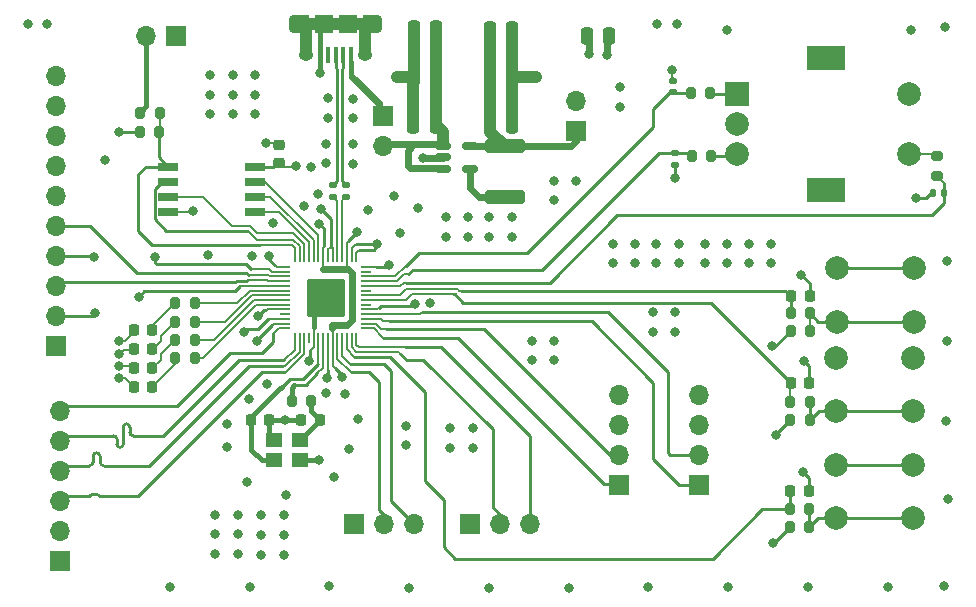
<source format=gtl>
G04 #@! TF.GenerationSoftware,KiCad,Pcbnew,6.0.8-f2edbf62ab~116~ubuntu20.04.1*
G04 #@! TF.CreationDate,2022-10-14T11:39:40-04:00*
G04 #@! TF.ProjectId,powerboard,706f7765-7262-46f6-9172-642e6b696361,rev?*
G04 #@! TF.SameCoordinates,Original*
G04 #@! TF.FileFunction,Copper,L1,Top*
G04 #@! TF.FilePolarity,Positive*
%FSLAX46Y46*%
G04 Gerber Fmt 4.6, Leading zero omitted, Abs format (unit mm)*
G04 Created by KiCad (PCBNEW 6.0.8-f2edbf62ab~116~ubuntu20.04.1) date 2022-10-14 11:39:40*
%MOMM*%
%LPD*%
G01*
G04 APERTURE LIST*
G04 Aperture macros list*
%AMRoundRect*
0 Rectangle with rounded corners*
0 $1 Rounding radius*
0 $2 $3 $4 $5 $6 $7 $8 $9 X,Y pos of 4 corners*
0 Add a 4 corners polygon primitive as box body*
4,1,4,$2,$3,$4,$5,$6,$7,$8,$9,$2,$3,0*
0 Add four circle primitives for the rounded corners*
1,1,$1+$1,$2,$3*
1,1,$1+$1,$4,$5*
1,1,$1+$1,$6,$7*
1,1,$1+$1,$8,$9*
0 Add four rect primitives between the rounded corners*
20,1,$1+$1,$2,$3,$4,$5,0*
20,1,$1+$1,$4,$5,$6,$7,0*
20,1,$1+$1,$6,$7,$8,$9,0*
20,1,$1+$1,$8,$9,$2,$3,0*%
G04 Aperture macros list end*
G04 #@! TA.AperFunction,ComponentPad*
%ADD10C,2.000000*%
G04 #@! TD*
G04 #@! TA.AperFunction,SMDPad,CuDef*
%ADD11RoundRect,0.200000X0.200000X0.275000X-0.200000X0.275000X-0.200000X-0.275000X0.200000X-0.275000X0*%
G04 #@! TD*
G04 #@! TA.AperFunction,ComponentPad*
%ADD12R,1.700000X1.700000*%
G04 #@! TD*
G04 #@! TA.AperFunction,ComponentPad*
%ADD13O,1.700000X1.700000*%
G04 #@! TD*
G04 #@! TA.AperFunction,SMDPad,CuDef*
%ADD14R,0.400000X1.350000*%
G04 #@! TD*
G04 #@! TA.AperFunction,ComponentPad*
%ADD15O,0.890000X1.550000*%
G04 #@! TD*
G04 #@! TA.AperFunction,SMDPad,CuDef*
%ADD16R,1.500000X1.550000*%
G04 #@! TD*
G04 #@! TA.AperFunction,SMDPad,CuDef*
%ADD17R,1.200000X1.550000*%
G04 #@! TD*
G04 #@! TA.AperFunction,ComponentPad*
%ADD18O,1.250000X0.950000*%
G04 #@! TD*
G04 #@! TA.AperFunction,SMDPad,CuDef*
%ADD19RoundRect,0.225000X0.225000X0.250000X-0.225000X0.250000X-0.225000X-0.250000X0.225000X-0.250000X0*%
G04 #@! TD*
G04 #@! TA.AperFunction,SMDPad,CuDef*
%ADD20RoundRect,0.250000X-0.250000X-0.475000X0.250000X-0.475000X0.250000X0.475000X-0.250000X0.475000X0*%
G04 #@! TD*
G04 #@! TA.AperFunction,SMDPad,CuDef*
%ADD21RoundRect,0.250000X0.250000X0.475000X-0.250000X0.475000X-0.250000X-0.475000X0.250000X-0.475000X0*%
G04 #@! TD*
G04 #@! TA.AperFunction,SMDPad,CuDef*
%ADD22RoundRect,0.225000X-0.225000X-0.250000X0.225000X-0.250000X0.225000X0.250000X-0.225000X0.250000X0*%
G04 #@! TD*
G04 #@! TA.AperFunction,SMDPad,CuDef*
%ADD23RoundRect,0.218750X-0.218750X-0.256250X0.218750X-0.256250X0.218750X0.256250X-0.218750X0.256250X0*%
G04 #@! TD*
G04 #@! TA.AperFunction,SMDPad,CuDef*
%ADD24RoundRect,0.200000X-0.200000X-0.275000X0.200000X-0.275000X0.200000X0.275000X-0.200000X0.275000X0*%
G04 #@! TD*
G04 #@! TA.AperFunction,SMDPad,CuDef*
%ADD25RoundRect,0.140000X0.140000X0.170000X-0.140000X0.170000X-0.140000X-0.170000X0.140000X-0.170000X0*%
G04 #@! TD*
G04 #@! TA.AperFunction,SMDPad,CuDef*
%ADD26RoundRect,0.225000X0.250000X-0.225000X0.250000X0.225000X-0.250000X0.225000X-0.250000X-0.225000X0*%
G04 #@! TD*
G04 #@! TA.AperFunction,SMDPad,CuDef*
%ADD27RoundRect,0.140000X0.170000X-0.140000X0.170000X0.140000X-0.170000X0.140000X-0.170000X-0.140000X0*%
G04 #@! TD*
G04 #@! TA.AperFunction,SMDPad,CuDef*
%ADD28RoundRect,0.140000X-0.170000X0.140000X-0.170000X-0.140000X0.170000X-0.140000X0.170000X0.140000X0*%
G04 #@! TD*
G04 #@! TA.AperFunction,SMDPad,CuDef*
%ADD29RoundRect,0.150000X-0.512500X-0.150000X0.512500X-0.150000X0.512500X0.150000X-0.512500X0.150000X0*%
G04 #@! TD*
G04 #@! TA.AperFunction,ComponentPad*
%ADD30R,2.000000X2.000000*%
G04 #@! TD*
G04 #@! TA.AperFunction,ComponentPad*
%ADD31R,3.200000X2.000000*%
G04 #@! TD*
G04 #@! TA.AperFunction,SMDPad,CuDef*
%ADD32R,1.700000X0.650000*%
G04 #@! TD*
G04 #@! TA.AperFunction,SMDPad,CuDef*
%ADD33R,1.400000X1.200000*%
G04 #@! TD*
G04 #@! TA.AperFunction,SMDPad,CuDef*
%ADD34RoundRect,0.135000X0.185000X-0.135000X0.185000X0.135000X-0.185000X0.135000X-0.185000X-0.135000X0*%
G04 #@! TD*
G04 #@! TA.AperFunction,SMDPad,CuDef*
%ADD35RoundRect,0.050000X-0.387500X-0.050000X0.387500X-0.050000X0.387500X0.050000X-0.387500X0.050000X0*%
G04 #@! TD*
G04 #@! TA.AperFunction,SMDPad,CuDef*
%ADD36RoundRect,0.050000X-0.050000X-0.387500X0.050000X-0.387500X0.050000X0.387500X-0.050000X0.387500X0*%
G04 #@! TD*
G04 #@! TA.AperFunction,ComponentPad*
%ADD37C,0.600000*%
G04 #@! TD*
G04 #@! TA.AperFunction,SMDPad,CuDef*
%ADD38RoundRect,0.144000X-1.456000X-1.456000X1.456000X-1.456000X1.456000X1.456000X-1.456000X1.456000X0*%
G04 #@! TD*
G04 #@! TA.AperFunction,SMDPad,CuDef*
%ADD39RoundRect,0.200000X0.275000X-0.200000X0.275000X0.200000X-0.275000X0.200000X-0.275000X-0.200000X0*%
G04 #@! TD*
G04 #@! TA.AperFunction,SMDPad,CuDef*
%ADD40RoundRect,0.250000X1.450000X-0.312500X1.450000X0.312500X-1.450000X0.312500X-1.450000X-0.312500X0*%
G04 #@! TD*
G04 #@! TA.AperFunction,ViaPad*
%ADD41C,0.800000*%
G04 #@! TD*
G04 #@! TA.AperFunction,Conductor*
%ADD42C,1.000000*%
G04 #@! TD*
G04 #@! TA.AperFunction,Conductor*
%ADD43C,0.400000*%
G04 #@! TD*
G04 #@! TA.AperFunction,Conductor*
%ADD44C,0.200000*%
G04 #@! TD*
G04 #@! TA.AperFunction,Conductor*
%ADD45C,0.293370*%
G04 #@! TD*
G04 #@! TA.AperFunction,Conductor*
%ADD46C,0.250000*%
G04 #@! TD*
G04 #@! TA.AperFunction,Conductor*
%ADD47C,0.600000*%
G04 #@! TD*
G04 #@! TA.AperFunction,Conductor*
%ADD48C,0.254254*%
G04 #@! TD*
G04 #@! TA.AperFunction,Conductor*
%ADD49C,0.300000*%
G04 #@! TD*
G04 #@! TA.AperFunction,Conductor*
%ADD50C,0.261112*%
G04 #@! TD*
G04 APERTURE END LIST*
D10*
X125500200Y-37374000D03*
X119000200Y-37374000D03*
X125500200Y-41874000D03*
X119000200Y-41874000D03*
D11*
X74485000Y-48615600D03*
X72835000Y-48615600D03*
D12*
X87975200Y-58978800D03*
D13*
X90515200Y-58978800D03*
X93055200Y-58978800D03*
D14*
X77881000Y-19337000D03*
X77231000Y-19337000D03*
X76581000Y-19337000D03*
X75931000Y-19337000D03*
X75281000Y-19337000D03*
D15*
X80081000Y-16637000D03*
D16*
X75581000Y-16637000D03*
D17*
X79481000Y-16637000D03*
D18*
X74081000Y-19337000D03*
D15*
X73081000Y-16637000D03*
D18*
X79081000Y-19337000D03*
D16*
X77581000Y-16637000D03*
D17*
X73681000Y-16637000D03*
D19*
X70955200Y-50165000D03*
X69405200Y-50165000D03*
D20*
X89626400Y-25196800D03*
X91526400Y-25196800D03*
D10*
X125424000Y-54036400D03*
X118924000Y-54036400D03*
X125424000Y-58536400D03*
X118924000Y-58536400D03*
D21*
X85051750Y-23195200D03*
X83151750Y-23195200D03*
D22*
X115150600Y-39700200D03*
X116700600Y-39700200D03*
D23*
X59461300Y-45821600D03*
X61036300Y-45821600D03*
D21*
X85051750Y-25227200D03*
X83151750Y-25227200D03*
D24*
X114999000Y-59306400D03*
X116649000Y-59306400D03*
D12*
X107340400Y-55676800D03*
D13*
X107340400Y-53136800D03*
X107340400Y-50596800D03*
X107340400Y-48056800D03*
D25*
X128115000Y-30962600D03*
X127155000Y-30962600D03*
D26*
X71805800Y-28486400D03*
X71805800Y-26936400D03*
D12*
X53219200Y-62153800D03*
D13*
X53219200Y-59613800D03*
X53219200Y-57073800D03*
X53219200Y-54533800D03*
X53219200Y-51993800D03*
X53219200Y-49453800D03*
D22*
X115074400Y-56184800D03*
X116624400Y-56184800D03*
D21*
X85077150Y-19131200D03*
X83177150Y-19131200D03*
D22*
X115125200Y-47040800D03*
X116675200Y-47040800D03*
D24*
X60008000Y-24180800D03*
X61658000Y-24180800D03*
X115075200Y-50215800D03*
X116725200Y-50215800D03*
D11*
X108267000Y-22529800D03*
X106617000Y-22529800D03*
D27*
X105105200Y-22463400D03*
X105105200Y-21503400D03*
D28*
X105308400Y-27637800D03*
X105308400Y-28597800D03*
D11*
X64629800Y-40335200D03*
X62979800Y-40335200D03*
X116750600Y-41173400D03*
X115100600Y-41173400D03*
D12*
X78094600Y-58978800D03*
D13*
X80634600Y-58978800D03*
X83174600Y-58978800D03*
D12*
X100533600Y-55676800D03*
D13*
X100533600Y-53136800D03*
X100533600Y-50596800D03*
X100533600Y-48056800D03*
D20*
X89626400Y-21183600D03*
X91526400Y-21183600D03*
D12*
X63068200Y-17729200D03*
D13*
X60528200Y-17729200D03*
D11*
X64629800Y-44983400D03*
X62979800Y-44983400D03*
D29*
X85656650Y-27020400D03*
X85656650Y-27970400D03*
X85656650Y-28920400D03*
X87931650Y-28920400D03*
X87931650Y-27020400D03*
D30*
X110580600Y-22646000D03*
D10*
X110580600Y-27646000D03*
X110580600Y-25146000D03*
D31*
X118080600Y-30746000D03*
X118080600Y-19546000D03*
D10*
X125080600Y-27646000D03*
X125080600Y-22646000D03*
D11*
X64629800Y-41884600D03*
X62979800Y-41884600D03*
D22*
X73672400Y-50215800D03*
X75222400Y-50215800D03*
D21*
X85074800Y-17119600D03*
X83174800Y-17119600D03*
D24*
X115100600Y-42646600D03*
X116750600Y-42646600D03*
D20*
X89626400Y-23190200D03*
X91526400Y-23190200D03*
D32*
X62415400Y-28752800D03*
X62415400Y-30022800D03*
X62415400Y-31292800D03*
X62415400Y-32562800D03*
X69715400Y-32562800D03*
X69715400Y-31292800D03*
X69715400Y-30022800D03*
X69715400Y-28752800D03*
D33*
X73540800Y-51905800D03*
X71340800Y-51905800D03*
X71340800Y-53605800D03*
X73540800Y-53605800D03*
D23*
X59461300Y-42595800D03*
X61036300Y-42595800D03*
X59461300Y-44196000D03*
X61036300Y-44196000D03*
D20*
X89626400Y-19177000D03*
X91526400Y-19177000D03*
D34*
X76377800Y-31294800D03*
X76377800Y-30274800D03*
D11*
X116649000Y-57734200D03*
X114999000Y-57734200D03*
D23*
X59461300Y-47447200D03*
X61036300Y-47447200D03*
D11*
X116725200Y-48641000D03*
X115075200Y-48641000D03*
D12*
X96926400Y-25709800D03*
D13*
X96926400Y-23169800D03*
D21*
X85077150Y-21163200D03*
X83177150Y-21163200D03*
D10*
X125449400Y-44943200D03*
X118949400Y-44943200D03*
X118949400Y-49443200D03*
X125449400Y-49443200D03*
D11*
X108368600Y-27838400D03*
X106718600Y-27838400D03*
D12*
X80545750Y-24460200D03*
D13*
X80545750Y-27000200D03*
D35*
X72276900Y-37245650D03*
X72276900Y-37645650D03*
X72276900Y-38045650D03*
X72276900Y-38445650D03*
X72276900Y-38845650D03*
X72276900Y-39245650D03*
X72276900Y-39645650D03*
X72276900Y-40045650D03*
X72276900Y-40445650D03*
X72276900Y-40845650D03*
X72276900Y-41245650D03*
X72276900Y-41645650D03*
X72276900Y-42045650D03*
X72276900Y-42445650D03*
D36*
X73114400Y-43283150D03*
X73514400Y-43283150D03*
X73914400Y-43283150D03*
X74314400Y-43283150D03*
X74714400Y-43283150D03*
X75114400Y-43283150D03*
X75514400Y-43283150D03*
X75914400Y-43283150D03*
X76314400Y-43283150D03*
X76714400Y-43283150D03*
X77114400Y-43283150D03*
X77514400Y-43283150D03*
X77914400Y-43283150D03*
X78314400Y-43283150D03*
D35*
X79151900Y-42445650D03*
X79151900Y-42045650D03*
X79151900Y-41645650D03*
X79151900Y-41245650D03*
X79151900Y-40845650D03*
X79151900Y-40445650D03*
X79151900Y-40045650D03*
X79151900Y-39645650D03*
X79151900Y-39245650D03*
X79151900Y-38845650D03*
X79151900Y-38445650D03*
X79151900Y-38045650D03*
X79151900Y-37645650D03*
X79151900Y-37245650D03*
D36*
X78314400Y-36408150D03*
X77914400Y-36408150D03*
X77514400Y-36408150D03*
X77114400Y-36408150D03*
X76714400Y-36408150D03*
X76314400Y-36408150D03*
X75914400Y-36408150D03*
X75514400Y-36408150D03*
X75114400Y-36408150D03*
X74714400Y-36408150D03*
X74314400Y-36408150D03*
X73914400Y-36408150D03*
X73514400Y-36408150D03*
X73114400Y-36408150D03*
D37*
X76989400Y-41120650D03*
X74439400Y-39845650D03*
X75714400Y-39845650D03*
X74439400Y-41120650D03*
X75714400Y-41120650D03*
D38*
X75714400Y-39845650D03*
D37*
X76989400Y-38570650D03*
X74439400Y-38570650D03*
X75714400Y-38570650D03*
X76989400Y-39845650D03*
D39*
X127457200Y-29527000D03*
X127457200Y-27877000D03*
D40*
X90881200Y-31322100D03*
X90881200Y-27047100D03*
D12*
X52933600Y-43967400D03*
D13*
X52933600Y-41427400D03*
X52933600Y-38887400D03*
X52933600Y-36347400D03*
X52933600Y-33807400D03*
X52933600Y-31267400D03*
X52933600Y-28727400D03*
X52933600Y-26187400D03*
X52933600Y-23647400D03*
X52933600Y-21107400D03*
D20*
X89626400Y-17145000D03*
X91526400Y-17145000D03*
D24*
X59982600Y-25781000D03*
X61632600Y-25781000D03*
D20*
X97856000Y-17729200D03*
X99756000Y-17729200D03*
D11*
X64629800Y-43434000D03*
X62979800Y-43434000D03*
D34*
X77444600Y-31294800D03*
X77444600Y-30274800D03*
D41*
X65963800Y-24282400D03*
X103403400Y-42722800D03*
X70637400Y-26720800D03*
X100025200Y-35280600D03*
X99517200Y-19329400D03*
X66395600Y-58216800D03*
X89560400Y-33045400D03*
X52171600Y-16662400D03*
X101930200Y-35280600D03*
X93167200Y-45161200D03*
X81991200Y-34366200D03*
X116255800Y-45212000D03*
X72390000Y-56565800D03*
X58267600Y-44602400D03*
X113436400Y-36931600D03*
X72186800Y-59918600D03*
X67868800Y-24282400D03*
X75717400Y-26822400D03*
X77724000Y-52654200D03*
X88188800Y-50901600D03*
X89560400Y-34696400D03*
X81508600Y-31216600D03*
X81762600Y-21183600D03*
X88188800Y-52552600D03*
X103403400Y-41071800D03*
X67360800Y-50571400D03*
X75107800Y-31064200D03*
X65786000Y-36195000D03*
X105308400Y-41071800D03*
X72186800Y-58267600D03*
X76403200Y-55067200D03*
X105638600Y-36931600D03*
X75717400Y-28473400D03*
X111531400Y-35280600D03*
X67360800Y-52476400D03*
X125704600Y-31445200D03*
X66395600Y-59867800D03*
X123315185Y-64312800D03*
X68300600Y-59867800D03*
X100634800Y-23698200D03*
X93167200Y-43510200D03*
X111531400Y-36931600D03*
X82524600Y-50698400D03*
X91465400Y-34696400D03*
X70281800Y-59918600D03*
X78460600Y-50088800D03*
X105079800Y-20574000D03*
X72263000Y-50241200D03*
X103809800Y-16662400D03*
X101930200Y-36931600D03*
X115951000Y-37896800D03*
X96951800Y-29946600D03*
X95072200Y-43510200D03*
X78079600Y-26847800D03*
X89542260Y-64389000D03*
X91465400Y-33045400D03*
X95072200Y-45161200D03*
X75895200Y-22961600D03*
X69215000Y-48387000D03*
X75260200Y-20802600D03*
X116128800Y-54635400D03*
X70764400Y-47167800D03*
X113436400Y-35280600D03*
X62523920Y-64312800D03*
X66370200Y-61544200D03*
X109728000Y-17145000D03*
X109728000Y-36931600D03*
X107823000Y-35280600D03*
X82524600Y-52349400D03*
X74447400Y-28778200D03*
X103051430Y-64363600D03*
X77393800Y-47980600D03*
X58267600Y-45618400D03*
X95046800Y-29946600D03*
X107823000Y-36931600D03*
X73913500Y-32067147D03*
X103733600Y-36931600D03*
X71247000Y-33553400D03*
X116560600Y-64312800D03*
X93548200Y-21158200D03*
X65963800Y-21005800D03*
X79273400Y-32435800D03*
X69278505Y-64312800D03*
X68300600Y-58216800D03*
X83949350Y-27998550D03*
X75793600Y-47929800D03*
X100634800Y-22047200D03*
X105638600Y-35280600D03*
X69723000Y-24282400D03*
X76033090Y-64287400D03*
X70281800Y-58267600D03*
X109728000Y-35280600D03*
X72161400Y-61595000D03*
X128346200Y-43535600D03*
X128219200Y-50292000D03*
X69723000Y-22656800D03*
X68275200Y-61544200D03*
X128295400Y-36779200D03*
X74320202Y-45186402D03*
X78079600Y-28498800D03*
X85902800Y-33045400D03*
X67868800Y-22656800D03*
X64465200Y-32486600D03*
X75184000Y-53594000D03*
X69494400Y-36347400D03*
X105308400Y-42722800D03*
X125272800Y-17145000D03*
X87807800Y-34696400D03*
X85902800Y-34696400D03*
X100025200Y-36931600D03*
X65963800Y-22656800D03*
X83515200Y-32258000D03*
X86283800Y-50901600D03*
X70256400Y-61595000D03*
X128397000Y-56935917D03*
X58242200Y-46634400D03*
X86283800Y-52552600D03*
X75895200Y-24612600D03*
X128117600Y-64262000D03*
X105460800Y-16662400D03*
X58242200Y-43484800D03*
X69723000Y-21005800D03*
X103733600Y-35280600D03*
X67868800Y-21005800D03*
X105308400Y-29692600D03*
X78079600Y-22987000D03*
X57048400Y-28194000D03*
X96296845Y-64389000D03*
X50520600Y-16662400D03*
X84582000Y-40274815D03*
X78079600Y-24638000D03*
X69037200Y-55448200D03*
X128168400Y-16916400D03*
X87807800Y-33045400D03*
X95046800Y-31597600D03*
X82787675Y-64414400D03*
X109806015Y-64338200D03*
X80086200Y-35280600D03*
X81051400Y-37109400D03*
X70942200Y-36296600D03*
X70017647Y-41367178D03*
X75844400Y-46634400D03*
X83286600Y-40411400D03*
X73228200Y-28727400D03*
X113842800Y-51460400D03*
X113639600Y-60629800D03*
X113538000Y-43942000D03*
X98044000Y-19202400D03*
X75311000Y-32334200D03*
X58242200Y-25781000D03*
X75184000Y-33578800D03*
X77114400Y-46583600D03*
X78384400Y-34315400D03*
X61315600Y-36423600D03*
X56235600Y-41122600D03*
X59918600Y-39827200D03*
X56108600Y-36372800D03*
X69875400Y-43484800D03*
X68808600Y-42722800D03*
D42*
X79081000Y-19337000D02*
X79081000Y-17037000D01*
X79081000Y-17037000D02*
X79481000Y-16637000D01*
X74081000Y-19337000D02*
X74081000Y-17037000D01*
X74081000Y-17037000D02*
X73681000Y-16637000D01*
D43*
X75281000Y-19337000D02*
X75281000Y-16937000D01*
X75281000Y-16937000D02*
X75581000Y-16637000D01*
D42*
X77581000Y-16637000D02*
X79481000Y-16637000D01*
X75581000Y-16637000D02*
X73681000Y-16637000D01*
X75581000Y-16637000D02*
X77581000Y-16637000D01*
D44*
X74714400Y-43283150D02*
X74714400Y-42367200D01*
D43*
X74714400Y-42367200D02*
X74714400Y-40845650D01*
D44*
X79151900Y-39645650D02*
X82020350Y-39645650D01*
X82550000Y-39116000D02*
X86918800Y-39116000D01*
X82020350Y-39645650D02*
X82550000Y-39116000D01*
X86918800Y-39116000D02*
X87045800Y-39243000D01*
X87045800Y-39243000D02*
X87147400Y-39243000D01*
X58699300Y-46634400D02*
X59461300Y-47396400D01*
D45*
X118949400Y-37374000D02*
X125449400Y-37374000D01*
D43*
X75172200Y-53605800D02*
X75184000Y-53594000D01*
D42*
X91526400Y-25196800D02*
X91526400Y-17145000D01*
D44*
X59258100Y-45618400D02*
X59461300Y-45821600D01*
X58699300Y-43484800D02*
X59461300Y-42722800D01*
D42*
X91526400Y-21183600D02*
X93522800Y-21183600D01*
D44*
X105079800Y-21183000D02*
X105105200Y-21208400D01*
D43*
X70955200Y-50165000D02*
X72186800Y-50165000D01*
D45*
X118924000Y-54036400D02*
X125424000Y-54036400D01*
X116624400Y-56184800D02*
X116624400Y-55131000D01*
D44*
X99517200Y-19329400D02*
X99517200Y-19203000D01*
D42*
X83177150Y-21163200D02*
X83177150Y-19131200D01*
D44*
X64465200Y-32486600D02*
X64389000Y-32562800D01*
D43*
X73672400Y-50215800D02*
X72288400Y-50215800D01*
D42*
X81762600Y-21183600D02*
X83156750Y-21183600D01*
D44*
X64389000Y-32562800D02*
X62415400Y-32562800D01*
D43*
X72186800Y-50165000D02*
X72263000Y-50241200D01*
D45*
X74396600Y-45110004D02*
X74345800Y-45160804D01*
D44*
X58267600Y-45618400D02*
X59258100Y-45618400D01*
X59461300Y-44246800D02*
X58623200Y-44246800D01*
D43*
X75260200Y-19352800D02*
X75281000Y-19332000D01*
D44*
X74714400Y-40845650D02*
X75714400Y-39845650D01*
D43*
X72288400Y-50215800D02*
X72263000Y-50241200D01*
X83151750Y-21188600D02*
X83177150Y-21163200D01*
D42*
X83174800Y-17068800D02*
X83174800Y-19128850D01*
D43*
X85628500Y-27998550D02*
X85656650Y-27970400D01*
D44*
X74396600Y-44323000D02*
X74714400Y-44005200D01*
D46*
X125704600Y-31445200D02*
X126545400Y-31445200D01*
X105308400Y-29692600D02*
X105308400Y-28597800D01*
D44*
X58242200Y-46634400D02*
X58699300Y-46634400D01*
D43*
X70955200Y-51520200D02*
X70955200Y-50165000D01*
D47*
X99581000Y-19139200D02*
X99581000Y-17729200D01*
D45*
X74396600Y-44323000D02*
X74396600Y-45110004D01*
D44*
X105079800Y-20574000D02*
X105079800Y-21183000D01*
D45*
X116675200Y-47040800D02*
X116675200Y-45631400D01*
X116700600Y-38646400D02*
X116700600Y-39700200D01*
D44*
X58242200Y-43484800D02*
X58699300Y-43484800D01*
X74714400Y-44005200D02*
X74714400Y-43283150D01*
D43*
X75260200Y-20802600D02*
X75260200Y-19352800D01*
D46*
X126545400Y-31445200D02*
X127002600Y-30988000D01*
D45*
X115951000Y-37896800D02*
X116700600Y-38646400D01*
D42*
X83151750Y-25227200D02*
X83151750Y-23195200D01*
D44*
X70637400Y-26720800D02*
X71945200Y-26720800D01*
D45*
X116624400Y-55131000D02*
X116128800Y-54635400D01*
D43*
X93522800Y-21183600D02*
X93548200Y-21158200D01*
X85605850Y-28021200D02*
X85583200Y-27998550D01*
X83156750Y-21183600D02*
X83177150Y-21163200D01*
X71340800Y-51905800D02*
X70955200Y-51520200D01*
D42*
X83151750Y-23195200D02*
X83151750Y-21188600D01*
D44*
X74345800Y-45160804D02*
X74320202Y-45186402D01*
X99517200Y-19203000D02*
X99581000Y-19139200D01*
D47*
X83949350Y-27998550D02*
X85628500Y-27998550D01*
D43*
X83174800Y-19128850D02*
X83177150Y-19131200D01*
X73540800Y-53605800D02*
X75172200Y-53605800D01*
X85583200Y-27998550D02*
X83949350Y-27998550D01*
D44*
X58623200Y-44246800D02*
X58267600Y-44602400D01*
D45*
X116675200Y-45631400D02*
X116255800Y-45212000D01*
X79806800Y-35788600D02*
X80086200Y-35509200D01*
D48*
X59982600Y-25781000D02*
X58242200Y-25781000D01*
D47*
X98031000Y-19189400D02*
X98031000Y-17729200D01*
D45*
X75311000Y-32334200D02*
X76174600Y-33197800D01*
D44*
X73202800Y-28752800D02*
X71390400Y-28752800D01*
X76174600Y-35483800D02*
X76314400Y-35623600D01*
D46*
X69715400Y-28752800D02*
X71390400Y-28752800D01*
D45*
X70942200Y-36626800D02*
X71399400Y-37084000D01*
D44*
X75914400Y-35715508D02*
X76006308Y-35623600D01*
X71586450Y-37245650D02*
X72276900Y-37245650D01*
X79984600Y-37261800D02*
X79968450Y-37245650D01*
X71424800Y-37084000D02*
X71586450Y-37245650D01*
D45*
X80873600Y-37287200D02*
X80848200Y-37261800D01*
D44*
X75914400Y-36408150D02*
X75914400Y-35715508D01*
D45*
X71399400Y-37084000D02*
X71424800Y-37084000D01*
D44*
X75914400Y-45980200D02*
X75914400Y-43283150D01*
X76314400Y-36408150D02*
X76314400Y-35623600D01*
D45*
X83286600Y-40436800D02*
X83159600Y-40563800D01*
X76174600Y-33197800D02*
X76174600Y-35483800D01*
D44*
X113538000Y-43942000D02*
X113805200Y-43942000D01*
X70736550Y-40845650D02*
X72276900Y-40845650D01*
D45*
X113944400Y-51346600D02*
X115075200Y-50215800D01*
D44*
X76006308Y-35623600D02*
X76314400Y-35623600D01*
D45*
X75914400Y-46564400D02*
X75914400Y-45980200D01*
D44*
X73228200Y-28727400D02*
X73202800Y-28752800D01*
X81051400Y-37109400D02*
X80873600Y-37287200D01*
X78282800Y-35280600D02*
X77914400Y-35649000D01*
D45*
X80391000Y-40563800D02*
X80238600Y-40716200D01*
D44*
X98044000Y-19202400D02*
X98031000Y-19189400D01*
D45*
X70017647Y-41367178D02*
X70490825Y-40894000D01*
D44*
X79968450Y-37245650D02*
X79151900Y-37245650D01*
X75844400Y-46634400D02*
X75914400Y-46564400D01*
X77914400Y-35649000D02*
X77914400Y-36408150D01*
X78314400Y-36408150D02*
X78314400Y-36036400D01*
D45*
X70490825Y-40894000D02*
X70688200Y-40894000D01*
X83159600Y-40563800D02*
X80391000Y-40563800D01*
D44*
X113639600Y-60629800D02*
X113675600Y-60629800D01*
X70688200Y-40894000D02*
X70736550Y-40845650D01*
D45*
X80848200Y-37261800D02*
X79984600Y-37261800D01*
X78562200Y-35788600D02*
X79806800Y-35788600D01*
D44*
X80238600Y-40716200D02*
X80109150Y-40845650D01*
X80109150Y-40845650D02*
X79151900Y-40845650D01*
D45*
X113675600Y-60629800D02*
X114999000Y-59306400D01*
X113805200Y-43942000D02*
X115100600Y-42646600D01*
X78282800Y-35280600D02*
X80086200Y-35280600D01*
D44*
X80086200Y-35509200D02*
X80086200Y-35280600D01*
X70942200Y-36296600D02*
X70942200Y-36626800D01*
X83286600Y-40411400D02*
X83286600Y-40436800D01*
X78314400Y-36036400D02*
X78562200Y-35788600D01*
X77514400Y-36408150D02*
X77514400Y-37327900D01*
D45*
X77647800Y-35052000D02*
X78384400Y-34315400D01*
D49*
X76301600Y-42189400D02*
X76327000Y-42164000D01*
D45*
X76555600Y-45821600D02*
X77114400Y-46380400D01*
D47*
X77647800Y-37461300D02*
X75517900Y-37461300D01*
X77952600Y-37766100D02*
X77647800Y-37461300D01*
D45*
X77114400Y-46380400D02*
X77114400Y-46583600D01*
D44*
X76314400Y-43283150D02*
X76314400Y-42532200D01*
X76314400Y-45593100D02*
X76314400Y-43283150D01*
X77514400Y-35185400D02*
X77514400Y-36408150D01*
X77647800Y-35052000D02*
X77514400Y-35185400D01*
X76504800Y-45783500D02*
X76314400Y-45593100D01*
D47*
X76327000Y-42164000D02*
X77546200Y-42164000D01*
D44*
X75514400Y-36408150D02*
X75514400Y-36940625D01*
D45*
X75565000Y-33959800D02*
X75565000Y-35433200D01*
D44*
X75514400Y-36940625D02*
X75514400Y-37457800D01*
D45*
X75184000Y-33578800D02*
X75565000Y-33959800D01*
D44*
X75514400Y-35534600D02*
X75514400Y-36940625D01*
D47*
X77546200Y-42164000D02*
X77952600Y-41757600D01*
X77952600Y-41757600D02*
X77952600Y-37766100D01*
D44*
X75514400Y-37457800D02*
X75517900Y-37461300D01*
X77514400Y-37327900D02*
X77647800Y-37461300D01*
D47*
X76301600Y-42443400D02*
X76301600Y-42189400D01*
D43*
X70293600Y-53605800D02*
X69405200Y-52717400D01*
D45*
X72686484Y-46718916D02*
X73842954Y-46718916D01*
X75067715Y-45494155D02*
X75067715Y-45484800D01*
D43*
X69405200Y-50165000D02*
X69405200Y-49974800D01*
D44*
X75114400Y-43283150D02*
X75114400Y-45484800D01*
D45*
X73842954Y-46718916D02*
X74409300Y-46152570D01*
D43*
X71340800Y-53605800D02*
X70293600Y-53605800D01*
X69405200Y-49974800D02*
X71780400Y-47599600D01*
D45*
X74409300Y-46152570D02*
X75067715Y-45494155D01*
D43*
X69405200Y-52717400D02*
X69405200Y-50165000D01*
X71780400Y-47599600D02*
X71805800Y-47599600D01*
X71805800Y-47599600D02*
X72034400Y-47371000D01*
D45*
X72034400Y-47371000D02*
X72686484Y-46718916D01*
D43*
X75222400Y-50224200D02*
X73540800Y-51905800D01*
X74485000Y-49478400D02*
X75222400Y-50215800D01*
X75222400Y-50215800D02*
X75222400Y-50224200D01*
X74485000Y-48615600D02*
X74485000Y-49478400D01*
D44*
X115075200Y-47090800D02*
X115125200Y-47040800D01*
X115075200Y-48641000D02*
X115075200Y-47090800D01*
D45*
X115125200Y-47040800D02*
X108343400Y-40259000D01*
X86654285Y-39562685D02*
X86498200Y-39562685D01*
D44*
X86498200Y-39559000D02*
X83049885Y-39559000D01*
D45*
X108343400Y-40259000D02*
X87350600Y-40259000D01*
X87350600Y-40259000D02*
X86654285Y-39562685D01*
D44*
X83049885Y-39559000D02*
X82563235Y-40045650D01*
X82563235Y-40045650D02*
X79151900Y-40045650D01*
D45*
X114999000Y-57734200D02*
X114999000Y-56260200D01*
X81174285Y-44877685D02*
X78161515Y-44877685D01*
X84099400Y-47802800D02*
X81174285Y-44877685D01*
X108483400Y-61950600D02*
X86715600Y-61950600D01*
D44*
X77514400Y-44183886D02*
X78161515Y-44831000D01*
D45*
X114999000Y-57734200D02*
X112699800Y-57734200D01*
D44*
X114999000Y-56260200D02*
X115074400Y-56184800D01*
D45*
X85750400Y-60985400D02*
X85750400Y-56997600D01*
X86715600Y-61950600D02*
X85750400Y-60985400D01*
X84099400Y-55346600D02*
X84099400Y-47802800D01*
X112699800Y-57734200D02*
X108483400Y-61950600D01*
D44*
X77514400Y-43283150D02*
X77514400Y-44183886D01*
D45*
X85750400Y-56997600D02*
X84099400Y-55346600D01*
D44*
X114693400Y-39243000D02*
X115150600Y-39700200D01*
D45*
X115100600Y-41173400D02*
X115100600Y-39750200D01*
D44*
X115100600Y-39750200D02*
X115150600Y-39700200D01*
D45*
X87147400Y-39243000D02*
X114693400Y-39243000D01*
D50*
X77444600Y-30251400D02*
X77444600Y-30274800D01*
X77231000Y-20367001D02*
X77138156Y-20459845D01*
X77231000Y-19332000D02*
X77231000Y-20367001D01*
X77138156Y-20459845D02*
X77138156Y-29944956D01*
X77138156Y-29944956D02*
X77444600Y-30251400D01*
X76673844Y-20459845D02*
X76673844Y-30004156D01*
X76581000Y-20367001D02*
X76673844Y-20459845D01*
X76673844Y-30004156D02*
X76648444Y-30004156D01*
X76648444Y-30004156D02*
X76377800Y-30274800D01*
X76581000Y-19332000D02*
X76581000Y-20367001D01*
D43*
X60008000Y-24180800D02*
X60528200Y-23660600D01*
X60528200Y-23660600D02*
X60528200Y-17729200D01*
D44*
X70942200Y-37414200D02*
X69392800Y-37414200D01*
D45*
X69011800Y-37033200D02*
X69392800Y-37414200D01*
D44*
X71173650Y-37645650D02*
X70942200Y-37414200D01*
D45*
X61315600Y-36423600D02*
X61315600Y-36906200D01*
X61442600Y-37033200D02*
X69011800Y-37033200D01*
X56235600Y-41122600D02*
X55930800Y-41427400D01*
X61315600Y-36906200D02*
X61442600Y-37033200D01*
X55930800Y-41427400D02*
X52933600Y-41427400D01*
D44*
X72276900Y-37645650D02*
X71173650Y-37645650D01*
X68496835Y-38847625D02*
X68450150Y-38894310D01*
D45*
X60375800Y-39319200D02*
X68025260Y-39319200D01*
D44*
X69221348Y-38845650D02*
X69219373Y-38847625D01*
X72276900Y-38845650D02*
X69221348Y-38845650D01*
D45*
X59918600Y-39776400D02*
X60375800Y-39319200D01*
X59918600Y-39827200D02*
X59918600Y-39776400D01*
D44*
X69219373Y-38847625D02*
X68496835Y-38847625D01*
D45*
X56083200Y-36347400D02*
X52933600Y-36347400D01*
X56108600Y-36372800D02*
X56083200Y-36347400D01*
X68025260Y-39319200D02*
X68450150Y-38894310D01*
D44*
X69273720Y-37896800D02*
X69262950Y-37907570D01*
X70840600Y-37896800D02*
X69273720Y-37896800D01*
D45*
X69188440Y-37907570D02*
X69076070Y-37795200D01*
D44*
X72276900Y-38045650D02*
X70989450Y-38045650D01*
D45*
X55803800Y-33807400D02*
X52933600Y-33807400D01*
D44*
X70989450Y-38045650D02*
X70840600Y-37896800D01*
D45*
X69262950Y-37907570D02*
X69188440Y-37907570D01*
X69076070Y-37795200D02*
X59791600Y-37795200D01*
X59791600Y-37795200D02*
X55803800Y-33807400D01*
D44*
X69077847Y-38357443D02*
X69034350Y-38400940D01*
X70735557Y-38357443D02*
X69077847Y-38357443D01*
D45*
X53263800Y-38557200D02*
X52933600Y-38887400D01*
D44*
X72276900Y-38445650D02*
X70823764Y-38445650D01*
D45*
X69034350Y-38400940D02*
X68245790Y-38400940D01*
X68089530Y-38557200D02*
X53263800Y-38557200D01*
D44*
X70823764Y-38445650D02*
X70735557Y-38357443D01*
D45*
X68245790Y-38400940D02*
X68089530Y-38557200D01*
D47*
X87931650Y-30527650D02*
X88726100Y-31322100D01*
X88726100Y-31322100D02*
X89205256Y-31322100D01*
X87931650Y-28920400D02*
X87931650Y-30527650D01*
D43*
X89205256Y-31322100D02*
X90881200Y-31322100D01*
D44*
X76714400Y-31631400D02*
X76377800Y-31294800D01*
X76714400Y-36408150D02*
X76714400Y-31631400D01*
X77137800Y-31601600D02*
X77444600Y-31294800D01*
X77114400Y-36408150D02*
X77114400Y-31601600D01*
X77114400Y-31601600D02*
X77137800Y-31601600D01*
D45*
X61632600Y-27970000D02*
X62415400Y-28752800D01*
X70129400Y-35382200D02*
X61061600Y-35382200D01*
D44*
X73114400Y-36408150D02*
X73114400Y-35648400D01*
D45*
X59867800Y-29387800D02*
X60502800Y-28752800D01*
X59867800Y-34188400D02*
X59867800Y-29387800D01*
D44*
X73114400Y-35648400D02*
X72848200Y-35382200D01*
X72848200Y-35382200D02*
X70129400Y-35382200D01*
X61658000Y-24180800D02*
X61658000Y-25755600D01*
D45*
X61061600Y-35382200D02*
X59867800Y-34188400D01*
X60502800Y-28752800D02*
X62415400Y-28752800D01*
X61632600Y-25781000D02*
X61632600Y-27970000D01*
D44*
X61658000Y-25755600D02*
X61632600Y-25781000D01*
D43*
X72835000Y-48615600D02*
X72835000Y-47506106D01*
D45*
X74996543Y-46263057D02*
X74047314Y-47212286D01*
D44*
X75514400Y-45770600D02*
X75021943Y-46263057D01*
X75021943Y-46263057D02*
X74996543Y-46263057D01*
X75514400Y-43283150D02*
X75514400Y-45770600D01*
D45*
X74047314Y-47212286D02*
X73132914Y-47212286D01*
D43*
X72835000Y-47506106D02*
X73058110Y-47282996D01*
D45*
X118949400Y-49443200D02*
X125449400Y-49443200D01*
X116725200Y-50215800D02*
X117497800Y-49443200D01*
X117497800Y-49443200D02*
X118949400Y-49443200D01*
X116725200Y-48641000D02*
X116725200Y-50215800D01*
X116649000Y-57734200D02*
X116649000Y-59306400D01*
X118924000Y-58536400D02*
X125424000Y-58536400D01*
X116649000Y-59306400D02*
X117419000Y-58536400D01*
X117419000Y-58536400D02*
X118924000Y-58536400D01*
X117451200Y-41874000D02*
X118949400Y-41874000D01*
X116750600Y-41173400D02*
X117451200Y-41874000D01*
X118949400Y-41874000D02*
X125449400Y-41874000D01*
D44*
X116750600Y-41173400D02*
X116750600Y-42646600D01*
D46*
X61240400Y-30642800D02*
X61240400Y-33212800D01*
D44*
X73514400Y-36408150D02*
X73514400Y-35482715D01*
D46*
X62208277Y-34180677D02*
X69146523Y-34180677D01*
X61860400Y-30022800D02*
X61240400Y-30642800D01*
X61240400Y-33212800D02*
X62208277Y-34180677D01*
D44*
X69926200Y-34925000D02*
X69164200Y-34163000D01*
X72956685Y-34925000D02*
X69926200Y-34925000D01*
D46*
X62415400Y-30022800D02*
X61860400Y-30022800D01*
D44*
X73514400Y-35482715D02*
X72956685Y-34925000D01*
X67791677Y-33755677D02*
X69246800Y-33755677D01*
X65328800Y-31292800D02*
X62415400Y-31292800D01*
X69920486Y-34353600D02*
X69329886Y-33763000D01*
X69246800Y-33763000D02*
X69240400Y-33756600D01*
X65328800Y-31292800D02*
X67791677Y-33755677D01*
X69329886Y-33763000D02*
X69246800Y-33763000D01*
X72961600Y-34353600D02*
X69920486Y-34353600D01*
X73914400Y-36408150D02*
X73914400Y-35306400D01*
X73914400Y-35306400D02*
X72961600Y-34353600D01*
X69806086Y-32562800D02*
X69760743Y-32517457D01*
X71736486Y-32562800D02*
X69806086Y-32562800D01*
X74314400Y-36408150D02*
X74314400Y-35140714D01*
X74314400Y-35140714D02*
X71736486Y-32562800D01*
X74714400Y-34975028D02*
X71032172Y-31292800D01*
X71032172Y-31292800D02*
X69715400Y-31292800D01*
X74714400Y-36408150D02*
X74714400Y-34975028D01*
X70561200Y-30022800D02*
X69715400Y-30022800D01*
X75114400Y-36408150D02*
X75114400Y-34576000D01*
X75114400Y-34576000D02*
X70561200Y-30022800D01*
X71289150Y-42045650D02*
X71145400Y-42189400D01*
X71289150Y-42045650D02*
X72276900Y-42045650D01*
D45*
X69875400Y-43459400D02*
X71145400Y-42189400D01*
D44*
X69875400Y-43484800D02*
X69875400Y-43459400D01*
D45*
X68808600Y-42722800D02*
X69037200Y-42494200D01*
X70876350Y-41645650D02*
X70927150Y-41645650D01*
X70027800Y-42494200D02*
X70876350Y-41645650D01*
D44*
X70927150Y-41645650D02*
X72276900Y-41645650D01*
D45*
X69037200Y-42494200D02*
X70027800Y-42494200D01*
D44*
X82321400Y-38582600D02*
X82058350Y-38845650D01*
D45*
X127076200Y-32842200D02*
X128066800Y-31851600D01*
X82550000Y-38582600D02*
X94685086Y-38582600D01*
X100425486Y-32842200D02*
X127076200Y-32842200D01*
D44*
X100400086Y-32867600D02*
X100425486Y-32842200D01*
X100400086Y-32867600D02*
X100406200Y-32867600D01*
X128066800Y-30126400D02*
X127254000Y-29313600D01*
X82550000Y-38582600D02*
X82321400Y-38582600D01*
X82058350Y-38845650D02*
X79151900Y-38845650D01*
D45*
X94685086Y-38582600D02*
X100400086Y-32867600D01*
X128066800Y-31851600D02*
X128066800Y-30126400D01*
D46*
X106518000Y-27637800D02*
X106718600Y-27838400D01*
D45*
X103949800Y-27596800D02*
X105105200Y-27596800D01*
X82677000Y-37871400D02*
X83083400Y-37465000D01*
D44*
X82677000Y-37871400D02*
X82359727Y-37871400D01*
X81785477Y-38445650D02*
X79151900Y-38445650D01*
D45*
X105308400Y-27637800D02*
X106518000Y-27637800D01*
D44*
X82359727Y-37871400D02*
X81785477Y-38445650D01*
D45*
X83083400Y-37465000D02*
X94081600Y-37465000D01*
X94081600Y-37465000D02*
X103949800Y-27596800D01*
X55928400Y-56466600D02*
X56378400Y-56466600D01*
D44*
X73914400Y-43283150D02*
X73914400Y-44576600D01*
D45*
X56528400Y-56616600D02*
X59842400Y-56616600D01*
X70355895Y-46103105D02*
X72290505Y-46103105D01*
X59842400Y-56616600D02*
X70355895Y-46103105D01*
D44*
X72387895Y-46103105D02*
X72290505Y-46103105D01*
X73914400Y-44576600D02*
X72387895Y-46103105D01*
D45*
X53721000Y-56616600D02*
X55778400Y-56616600D01*
X56528400Y-56616600D02*
G75*
G02*
X56453400Y-56541600I0J75000D01*
G01*
X55853400Y-56541600D02*
G75*
G02*
X55778400Y-56616600I-75000J0D01*
G01*
X55928400Y-56466600D02*
G75*
G03*
X55853400Y-56541600I0J-75000D01*
G01*
X56453400Y-56541600D02*
G75*
G03*
X56378400Y-56466600I-75000J0D01*
G01*
X56027600Y-53776600D02*
X56027600Y-53276600D01*
X60807600Y-54076600D02*
X69274465Y-45609735D01*
D44*
X73514400Y-43283150D02*
X73514400Y-44410914D01*
D45*
X56927600Y-54076600D02*
X60807600Y-54076600D01*
D44*
X72315579Y-45609735D02*
X72093865Y-45609735D01*
D45*
X69274465Y-45609735D02*
X72093865Y-45609735D01*
X53721000Y-54076600D02*
X55727600Y-54076600D01*
X56627600Y-53276600D02*
X56627600Y-53776600D01*
D44*
X73514400Y-44410914D02*
X72315579Y-45609735D01*
D45*
X56927600Y-54076600D02*
G75*
G02*
X56627600Y-53776600I0J300000D01*
G01*
X56327600Y-52976600D02*
G75*
G03*
X56027600Y-53276600I0J-300000D01*
G01*
X56627600Y-53276600D02*
G75*
G03*
X56327600Y-52976600I-300000J0D01*
G01*
X56027600Y-53776600D02*
G75*
G02*
X55727600Y-54076600I-300000J0D01*
G01*
X79375000Y-46177200D02*
X80213200Y-47015400D01*
X80213200Y-57816200D02*
X80639600Y-58242600D01*
X77851000Y-46177200D02*
X79375000Y-46177200D01*
X80213200Y-47015400D02*
X80213200Y-57816200D01*
D44*
X76714400Y-45040600D02*
X77851000Y-46177200D01*
X76714400Y-43283150D02*
X76714400Y-45040600D01*
D45*
X77793314Y-45466000D02*
X80175000Y-45466000D01*
X81254600Y-46075600D02*
X81254600Y-57058800D01*
D44*
X77542757Y-45215443D02*
X77793314Y-45466000D01*
X77114400Y-43283150D02*
X77114400Y-44787086D01*
D45*
X81254600Y-57058800D02*
X83174600Y-58978800D01*
X81254600Y-46075600D02*
X80645000Y-45466000D01*
X80645000Y-45466000D02*
X80175000Y-45466000D01*
D44*
X77114400Y-44787086D02*
X77542757Y-45215443D01*
D45*
X82575400Y-45110400D02*
X83972400Y-45110400D01*
D44*
X78327200Y-44431000D02*
X77914400Y-44018200D01*
D45*
X83972400Y-45110400D02*
X89865200Y-51003200D01*
X89865200Y-57592600D02*
X90515200Y-58242600D01*
D44*
X77914400Y-44018200D02*
X77914400Y-43283150D01*
X82042000Y-44577000D02*
X81896000Y-44431000D01*
X81896000Y-44431000D02*
X78327200Y-44431000D01*
D45*
X82042000Y-44577000D02*
X82575400Y-45110400D01*
X89865200Y-51003200D02*
X89865200Y-57592600D01*
X85509200Y-44031000D02*
X93065600Y-51587400D01*
X93065600Y-51587400D02*
X93065600Y-58968400D01*
X93065600Y-58968400D02*
X93055200Y-58978800D01*
X82435600Y-44031000D02*
X85509200Y-44031000D01*
D44*
X78529775Y-44031000D02*
X82435600Y-44031000D01*
X78314400Y-43815625D02*
X78529775Y-44031000D01*
X78314400Y-43283150D02*
X78314400Y-43815625D01*
D45*
X98247200Y-41859200D02*
X103454200Y-47066200D01*
X88573243Y-41859200D02*
X81991200Y-41859200D01*
X105613200Y-55676800D02*
X107340400Y-55676800D01*
X88573243Y-41859200D02*
X98247200Y-41859200D01*
X103454200Y-53517800D02*
X105613200Y-55676800D01*
X81991200Y-41859200D02*
X81051400Y-41859200D01*
D44*
X79151900Y-41645650D02*
X80380650Y-41645650D01*
X80380650Y-41645650D02*
X80594200Y-41859200D01*
X80594200Y-41859200D02*
X81051400Y-41859200D01*
D45*
X103454200Y-47066200D02*
X103454200Y-53517800D01*
D44*
X83729235Y-41245650D02*
X83953885Y-41021000D01*
D45*
X99593400Y-41021000D02*
X104724200Y-46151800D01*
X104724200Y-52959000D02*
X104902000Y-53136800D01*
D44*
X79151900Y-41245650D02*
X83729235Y-41245650D01*
D45*
X83953885Y-41021000D02*
X99593400Y-41021000D01*
X104724200Y-46151800D02*
X104724200Y-52959000D01*
X104902000Y-53136800D02*
X107340400Y-53136800D01*
X103479600Y-25400000D02*
X103479600Y-23876000D01*
D44*
X81619791Y-38045650D02*
X82505241Y-37160200D01*
D45*
X106617000Y-22529800D02*
X105171600Y-22529800D01*
D46*
X105105200Y-22463400D02*
X104892200Y-22463400D01*
D44*
X79151900Y-38045650D02*
X81619791Y-38045650D01*
D46*
X105171600Y-22529800D02*
X105105200Y-22463400D01*
D45*
X83597441Y-36068000D02*
X92811600Y-36068000D01*
X92811600Y-36068000D02*
X103479600Y-25400000D01*
X103479600Y-23876000D02*
X104892200Y-22463400D01*
X82505241Y-37160200D02*
X83597441Y-36068000D01*
D44*
X73114400Y-44245228D02*
X73114400Y-43283150D01*
X73114400Y-44245228D02*
X72240557Y-45119071D01*
D45*
X53721000Y-51536600D02*
X57759600Y-51536600D01*
X68370835Y-45116365D02*
X72177241Y-45116365D01*
X61950600Y-51536600D02*
X68370835Y-45116365D01*
X59134600Y-50811600D02*
X59134600Y-51261600D01*
X58034600Y-51811600D02*
X58034600Y-52261600D01*
X58584600Y-52261600D02*
X58584600Y-50811600D01*
X59409600Y-51536600D02*
X61950600Y-51536600D01*
X59134600Y-50811600D02*
G75*
G03*
X58859600Y-50536600I-275000J0D01*
G01*
X58584600Y-52261600D02*
G75*
G02*
X58309600Y-52536600I-275000J0D01*
G01*
X58859600Y-50536600D02*
G75*
G03*
X58584600Y-50811600I0J-275000D01*
G01*
X58309600Y-52536600D02*
G75*
G02*
X58034600Y-52261600I0J275000D01*
G01*
X59409600Y-51536600D02*
G75*
G02*
X59134600Y-51261600I0J275000D01*
G01*
X58034600Y-51811600D02*
G75*
G03*
X57759600Y-51536600I-275000J0D01*
G01*
D44*
X71272400Y-42926000D02*
X71752750Y-42445650D01*
D45*
X71272400Y-42926000D02*
X71272400Y-43586400D01*
X70332600Y-44526200D02*
X67640200Y-44526200D01*
X71272400Y-43586400D02*
X70332600Y-44526200D01*
D44*
X71752750Y-42445650D02*
X72276900Y-42445650D01*
D45*
X63169800Y-48996600D02*
X53721000Y-48996600D01*
X67640200Y-44526200D02*
X63169800Y-48996600D01*
D44*
X61036300Y-42722800D02*
X61036300Y-42278700D01*
X61036300Y-42278700D02*
X62979800Y-40335200D01*
X61773800Y-43090600D02*
X62979800Y-41884600D01*
X61036300Y-44246800D02*
X61773800Y-43509300D01*
X61773800Y-43509300D02*
X61773800Y-43090600D01*
X61773800Y-45084100D02*
X61773800Y-44640000D01*
X61036300Y-45821600D02*
X61773800Y-45084100D01*
X61773800Y-44640000D02*
X62979800Y-43434000D01*
X61036300Y-47396400D02*
X62979800Y-45452900D01*
X62979800Y-45452900D02*
X62979800Y-44983400D01*
X72276900Y-39245650D02*
X69313950Y-39245650D01*
X68224400Y-40335200D02*
X64629800Y-40335200D01*
X69313950Y-39245650D02*
X68224400Y-40335200D01*
X69479636Y-39645650D02*
X72276900Y-39645650D01*
X67240686Y-41884600D02*
X69479636Y-39645650D01*
X64629800Y-41884600D02*
X67240686Y-41884600D01*
X64629800Y-43434000D02*
X66268600Y-43434000D01*
X69656950Y-40045650D02*
X72276900Y-40045650D01*
X66268600Y-43434000D02*
X69656950Y-40045650D01*
X65303400Y-44983400D02*
X69841150Y-40445650D01*
X69841150Y-40445650D02*
X72276900Y-40445650D01*
X64629800Y-44983400D02*
X65303400Y-44983400D01*
D45*
X86918800Y-43230800D02*
X99304000Y-55616000D01*
X99304000Y-55616000D02*
X100533600Y-55616000D01*
D44*
X79809050Y-42445650D02*
X80594200Y-43230800D01*
X79151900Y-42445650D02*
X79809050Y-42445650D01*
D45*
X80594200Y-43230800D02*
X86918800Y-43230800D01*
X89103200Y-42494200D02*
X99685000Y-53076000D01*
D44*
X79151900Y-42045650D02*
X79974736Y-42045650D01*
X79974736Y-42045650D02*
X80423286Y-42494200D01*
D45*
X99685000Y-53076000D02*
X100533600Y-53076000D01*
D44*
X80423286Y-42494200D02*
X80822800Y-42494200D01*
D45*
X80822800Y-42494200D02*
X89103200Y-42494200D01*
D47*
X85281850Y-28898550D02*
X82898950Y-28898550D01*
D42*
X85656650Y-25832100D02*
X85051750Y-25227200D01*
D43*
X85051750Y-21188600D02*
X85077150Y-21163200D01*
D47*
X81244400Y-26827600D02*
X83322500Y-26827600D01*
X82666800Y-27396400D02*
X82931000Y-27132200D01*
D42*
X85051750Y-25227200D02*
X85051750Y-23195200D01*
X85656650Y-26687550D02*
X85656650Y-25832100D01*
X85077150Y-19131200D02*
X85077150Y-21163200D01*
D47*
X82666800Y-28666400D02*
X82666800Y-27396400D01*
X82898950Y-28898550D02*
X82666800Y-28666400D01*
D42*
X85074800Y-17068800D02*
X85074800Y-19128850D01*
D47*
X83134200Y-26847800D02*
X85618700Y-26847800D01*
D42*
X85051750Y-23195200D02*
X85051750Y-21188600D01*
D43*
X85074800Y-19128850D02*
X85077150Y-19131200D01*
D42*
X85648800Y-26695400D02*
X85656650Y-26687550D01*
D47*
X77978000Y-21176100D02*
X80203000Y-23401100D01*
D43*
X80203000Y-24117450D02*
X80545750Y-24460200D01*
D47*
X80203000Y-23401100D02*
X80203000Y-24117450D01*
D43*
X77870800Y-19928900D02*
X77870800Y-21113000D01*
D44*
X125080600Y-27646000D02*
X127226200Y-27646000D01*
X127226200Y-27646000D02*
X127457200Y-27877000D01*
D45*
X110580600Y-22646000D02*
X108383200Y-22646000D01*
D46*
X108383200Y-22646000D02*
X108267000Y-22529800D01*
X110388200Y-27838400D02*
X110580600Y-27646000D01*
D45*
X108368600Y-27838400D02*
X110388200Y-27838400D01*
D42*
X89626400Y-17145000D02*
X89626400Y-25792300D01*
D43*
X96926400Y-26619200D02*
X96926400Y-25709800D01*
D47*
X90881200Y-27047100D02*
X96498500Y-27047100D01*
D43*
X90854500Y-27020400D02*
X90881200Y-27047100D01*
D47*
X96498500Y-27047100D02*
X96926400Y-26619200D01*
D42*
X89626400Y-25792300D02*
X90881200Y-27047100D01*
D47*
X87931650Y-27020400D02*
X90854500Y-27020400D01*
M02*

</source>
